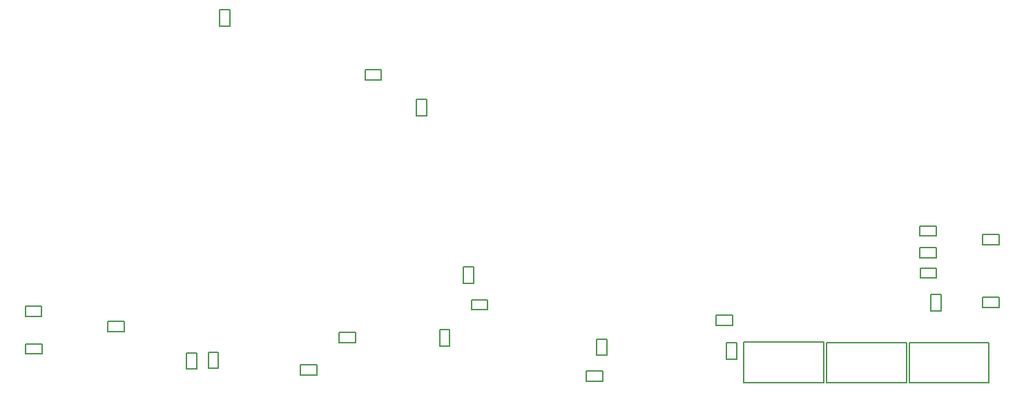
<source format=gbr>
%TF.GenerationSoftware,Altium Limited,Altium Designer,21.6.4 (81)*%
G04 Layer_Color=32896*
%FSLAX43Y43*%
%MOMM*%
%TF.SameCoordinates,B74C4539-8C7F-4592-B280-35368C4CFDA8*%
%TF.FilePolarity,Positive*%
%TF.FileFunction,Other,Bottom_3D_Body*%
%TF.Part,Single*%
G01*
G75*
%TA.AperFunction,NonConductor*%
%ADD68C,0.200*%
D68*
X43975Y2502D02*
Y4502D01*
X42725D02*
X43975D01*
X42725Y2502D02*
Y4502D01*
Y2502D02*
X43975D01*
X132674Y16175D02*
Y17425D01*
X134674D01*
Y16175D02*
Y17425D01*
X132674Y16175D02*
X134674D01*
X121225Y807D02*
Y5767D01*
X131005D01*
Y807D02*
Y5767D01*
X121225Y807D02*
X131005D01*
X132674Y20075D02*
X134674D01*
X132674Y18825D02*
Y20075D01*
Y18825D02*
X134674D01*
Y20075D01*
X131360Y812D02*
Y5772D01*
X141140D01*
Y812D02*
Y5772D01*
X131360Y812D02*
X141140D01*
X140352Y17750D02*
Y19000D01*
X142352D01*
Y17750D02*
Y19000D01*
X140352Y17750D02*
X142352D01*
X93050Y6191D02*
X94300D01*
Y4191D02*
Y6191D01*
X93050Y4191D02*
X94300D01*
X93050D02*
Y6191D01*
X33061Y7126D02*
Y8376D01*
X35061D01*
Y7126D02*
Y8376D01*
X33061Y7126D02*
X35061D01*
X46775Y44600D02*
X48025D01*
X46775D02*
Y46600D01*
X48025D01*
Y44600D02*
Y46600D01*
X66629Y38026D02*
Y39276D01*
X64629Y38026D02*
X66629D01*
X64629D02*
Y39276D01*
X66629D01*
X70905Y33600D02*
X72155D01*
X70905D02*
Y35600D01*
X72155D01*
Y33600D02*
Y35600D01*
X109675Y7850D02*
Y9100D01*
X107675Y7850D02*
X109675D01*
X107675D02*
Y9100D01*
X109675D01*
X63474Y5775D02*
Y7025D01*
X61474Y5775D02*
X63474D01*
X61474D02*
Y7025D01*
X63474D01*
X45400Y2575D02*
X46650D01*
X45400D02*
Y4575D01*
X46650D01*
Y2575D02*
Y4575D01*
X58725Y1800D02*
Y3050D01*
X56725Y1800D02*
X58725D01*
X56725D02*
Y3050D01*
X58725D01*
X24952Y8951D02*
Y10201D01*
X22952Y8951D02*
X24952D01*
X22952D02*
Y10201D01*
X24952D01*
X25025Y4351D02*
Y5601D01*
X23025Y4351D02*
X25025D01*
X23025D02*
Y5601D01*
X25025D01*
X132692Y13664D02*
Y14914D01*
X134692D01*
Y13664D02*
Y14914D01*
X132692Y13664D02*
X134692D01*
X140352Y10050D02*
Y11300D01*
X142352D01*
Y10050D02*
Y11300D01*
X140352Y10050D02*
X142352D01*
X133975Y9625D02*
X135225D01*
X133975D02*
Y11625D01*
X135225D01*
Y9625D02*
Y11625D01*
X111070Y830D02*
Y5790D01*
X120850D01*
Y830D02*
Y5790D01*
X111070Y830D02*
X120850D01*
X108925Y3716D02*
X110175D01*
X108925D02*
Y5716D01*
X110175D01*
Y3716D02*
Y5716D01*
X77675Y9775D02*
X79675D01*
Y11025D01*
X77675D02*
X79675D01*
X77675Y9775D02*
Y11025D01*
X73757Y7350D02*
X75007D01*
Y5350D02*
Y7350D01*
X73757Y5350D02*
X75007D01*
X73757D02*
Y7350D01*
X91750Y975D02*
Y2225D01*
X93750D01*
Y975D02*
Y2225D01*
X91750Y975D02*
X93750D01*
X76696Y13036D02*
Y15036D01*
Y13036D02*
X77946D01*
Y15036D01*
X76696D02*
X77946D01*
%TF.MD5,982561444c53d6cfa740690d4665624a*%
M02*

</source>
